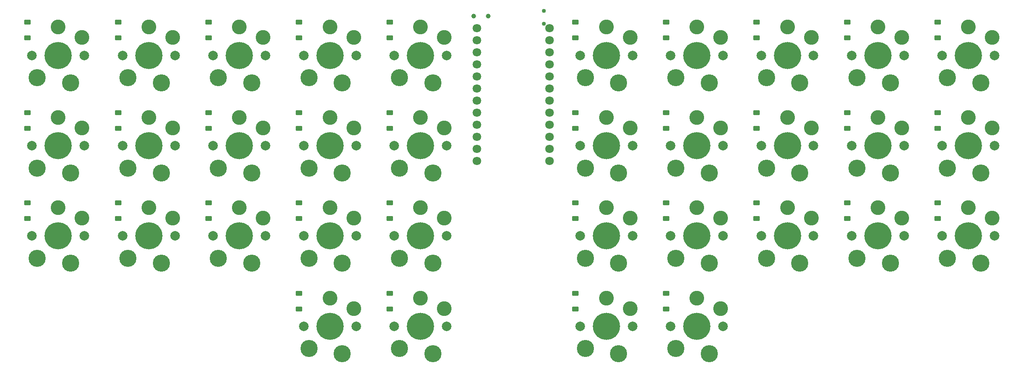
<source format=gbr>
%TF.GenerationSoftware,KiCad,Pcbnew,9.0.1*%
%TF.CreationDate,2025-05-05T17:51:07+08:00*%
%TF.ProjectId,board,626f6172-642e-46b6-9963-61645f706362,v1.0.0*%
%TF.SameCoordinates,Original*%
%TF.FileFunction,Soldermask,Top*%
%TF.FilePolarity,Negative*%
%FSLAX46Y46*%
G04 Gerber Fmt 4.6, Leading zero omitted, Abs format (unit mm)*
G04 Created by KiCad (PCBNEW 9.0.1) date 2025-05-05 17:51:07*
%MOMM*%
%LPD*%
G01*
G04 APERTURE LIST*
G04 Aperture macros list*
%AMRoundRect*
0 Rectangle with rounded corners*
0 $1 Rounding radius*
0 $2 $3 $4 $5 $6 $7 $8 $9 X,Y pos of 4 corners*
0 Add a 4 corners polygon primitive as box body*
4,1,4,$2,$3,$4,$5,$6,$7,$8,$9,$2,$3,0*
0 Add four circle primitives for the rounded corners*
1,1,$1+$1,$2,$3*
1,1,$1+$1,$4,$5*
1,1,$1+$1,$6,$7*
1,1,$1+$1,$8,$9*
0 Add four rect primitives between the rounded corners*
20,1,$1+$1,$2,$3,$4,$5,0*
20,1,$1+$1,$4,$5,$6,$7,0*
20,1,$1+$1,$6,$7,$8,$9,0*
20,1,$1+$1,$8,$9,$2,$3,0*%
G04 Aperture macros list end*
%ADD10RoundRect,0.050000X0.600000X-0.450000X0.600000X0.450000X-0.600000X0.450000X-0.600000X-0.450000X0*%
%ADD11C,1.800000*%
%ADD12C,5.700000*%
%ADD13C,3.600000*%
%ADD14C,2.000000*%
%ADD15C,3.100000*%
%ADD16C,5.100000*%
%ADD17C,0.850000*%
%ADD18C,1.000000*%
G04 APERTURE END LIST*
D10*
%TO.C,D29*%
X265540000Y-152330000D03*
X265540000Y-149030000D03*
%TD*%
%TO.C,D12*%
X150540000Y-133330000D03*
X150540000Y-130030000D03*
%TD*%
%TO.C,D23*%
X227540000Y-152330000D03*
X227540000Y-149030000D03*
%TD*%
%TO.C,D4*%
X112540000Y-152330000D03*
X112540000Y-149030000D03*
%TD*%
%TO.C,D16*%
X169540000Y-133330000D03*
X169540000Y-130030000D03*
%TD*%
%TO.C,D14*%
X169540000Y-171330000D03*
X169540000Y-168030000D03*
%TD*%
%TO.C,D1*%
X93540000Y-152330000D03*
X93540000Y-149030000D03*
%TD*%
%TO.C,D21*%
X208540000Y-114330000D03*
X208540000Y-111030000D03*
%TD*%
%TO.C,D30*%
X265540000Y-133330000D03*
X265540000Y-130030000D03*
%TD*%
%TO.C,D20*%
X208540000Y-133330000D03*
X208540000Y-130030000D03*
%TD*%
%TO.C,D11*%
X150540000Y-152330000D03*
X150540000Y-149030000D03*
%TD*%
%TO.C,D5*%
X112540000Y-133330000D03*
X112540000Y-130030000D03*
%TD*%
%TO.C,D19*%
X208540000Y-152330000D03*
X208540000Y-149030000D03*
%TD*%
D11*
%TO.C,MCU1*%
X203120000Y-112300000D03*
X203120000Y-114840000D03*
X203120000Y-117380000D03*
X203120000Y-119920000D03*
X203120000Y-122460000D03*
X203120000Y-125000000D03*
X203120000Y-127540000D03*
X203120000Y-130080000D03*
X203120000Y-132620000D03*
X203120000Y-135160000D03*
X203120000Y-137700000D03*
X203120000Y-140240000D03*
X187880000Y-140240000D03*
X187880000Y-137700000D03*
X187880000Y-135160000D03*
X187880000Y-132620000D03*
X187880000Y-130080000D03*
X187880000Y-127540000D03*
X187880000Y-125000000D03*
X187880000Y-122460000D03*
X187880000Y-119920000D03*
X187880000Y-117380000D03*
X187880000Y-114840000D03*
X187880000Y-112300000D03*
%TD*%
D10*
%TO.C,D2*%
X93540000Y-133330000D03*
X93540000Y-130030000D03*
%TD*%
%TO.C,D7*%
X131540000Y-152330000D03*
X131540000Y-149030000D03*
%TD*%
%TO.C,D31*%
X265540000Y-114330000D03*
X265540000Y-111030000D03*
%TD*%
%TO.C,D13*%
X150540000Y-114330000D03*
X150540000Y-111030000D03*
%TD*%
%TO.C,D24*%
X227540000Y-133330000D03*
X227540000Y-130030000D03*
%TD*%
%TO.C,D15*%
X169540000Y-152330000D03*
X169540000Y-149030000D03*
%TD*%
%TO.C,D28*%
X246540000Y-114330000D03*
X246540000Y-111030000D03*
%TD*%
%TO.C,D26*%
X246540000Y-152330000D03*
X246540000Y-149030000D03*
%TD*%
%TO.C,D8*%
X131540000Y-133330000D03*
X131540000Y-130030000D03*
%TD*%
%TO.C,D22*%
X227540000Y-171330000D03*
X227540000Y-168030000D03*
%TD*%
%TO.C,D3*%
X93540000Y-114330000D03*
X93540000Y-111030000D03*
%TD*%
%TO.C,D27*%
X246540000Y-133330000D03*
X246540000Y-130030000D03*
%TD*%
%TO.C,D10*%
X150540000Y-171330000D03*
X150540000Y-168030000D03*
%TD*%
%TO.C,D17*%
X169540000Y-114330000D03*
X169540000Y-111030000D03*
%TD*%
%TO.C,D25*%
X227540000Y-114330000D03*
X227540000Y-111030000D03*
%TD*%
%TO.C,D34*%
X284540000Y-114330000D03*
X284540000Y-111030000D03*
%TD*%
%TO.C,D9*%
X131540000Y-114330000D03*
X131540000Y-111030000D03*
%TD*%
%TO.C,D6*%
X112540000Y-114330000D03*
X112540000Y-111030000D03*
%TD*%
%TO.C,D18*%
X208540000Y-171330000D03*
X208540000Y-168030000D03*
%TD*%
%TO.C,D33*%
X284540000Y-133330000D03*
X284540000Y-130030000D03*
%TD*%
%TO.C,D32*%
X284540000Y-152330000D03*
X284540000Y-149030000D03*
%TD*%
D12*
%TO.C,S31*%
X272000000Y-118000000D03*
D13*
X267600000Y-122700000D03*
X274600000Y-123750000D03*
%TD*%
D12*
%TO.C,S7*%
X138000000Y-156000000D03*
D13*
X133600000Y-160700000D03*
X140600000Y-161750000D03*
%TD*%
D14*
%TO.C,S65*%
X266500000Y-118000000D03*
D15*
X272000000Y-112050000D03*
D16*
X272000000Y-118000000D03*
D15*
X277000000Y-114250000D03*
D14*
X277500000Y-118000000D03*
%TD*%
%TO.C,S49*%
X170500000Y-156000000D03*
D15*
X176000000Y-150050000D03*
D16*
X176000000Y-156000000D03*
D15*
X181000000Y-152250000D03*
D14*
X181500000Y-156000000D03*
%TD*%
%TO.C,S42*%
X132500000Y-137000000D03*
D15*
X138000000Y-131050000D03*
D16*
X138000000Y-137000000D03*
D15*
X143000000Y-133250000D03*
D14*
X143500000Y-137000000D03*
%TD*%
D12*
%TO.C,S4*%
X119000000Y-156000000D03*
D13*
X114600000Y-160700000D03*
X121600000Y-161750000D03*
%TD*%
D14*
%TO.C,S64*%
X266500000Y-137000000D03*
D15*
X272000000Y-131050000D03*
D16*
X272000000Y-137000000D03*
D15*
X277000000Y-133250000D03*
D14*
X277500000Y-137000000D03*
%TD*%
%TO.C,S63*%
X266500000Y-156000000D03*
D15*
X272000000Y-150050000D03*
D16*
X272000000Y-156000000D03*
D15*
X277000000Y-152250000D03*
D14*
X277500000Y-156000000D03*
%TD*%
D12*
%TO.C,S29*%
X272000000Y-156000000D03*
D13*
X267600000Y-160700000D03*
X274600000Y-161750000D03*
%TD*%
D12*
%TO.C,S26*%
X253000000Y-156000000D03*
D13*
X248600000Y-160700000D03*
X255600000Y-161750000D03*
%TD*%
D14*
%TO.C,S59*%
X228500000Y-118000000D03*
D15*
X234000000Y-112050000D03*
D16*
X234000000Y-118000000D03*
D15*
X239000000Y-114250000D03*
D14*
X239500000Y-118000000D03*
%TD*%
D12*
%TO.C,S16*%
X176000000Y-137000000D03*
D13*
X171600000Y-141700000D03*
X178600000Y-142750000D03*
%TD*%
D12*
%TO.C,S6*%
X119000000Y-118000000D03*
D13*
X114600000Y-122700000D03*
X121600000Y-123750000D03*
%TD*%
D12*
%TO.C,S5*%
X119000000Y-137000000D03*
D13*
X114600000Y-141700000D03*
X121600000Y-142750000D03*
%TD*%
D12*
%TO.C,S1*%
X100000000Y-156000000D03*
D13*
X95600000Y-160700000D03*
X102600000Y-161750000D03*
%TD*%
D14*
%TO.C,S39*%
X113500000Y-137000000D03*
D15*
X119000000Y-131050000D03*
D16*
X119000000Y-137000000D03*
D15*
X124000000Y-133250000D03*
D14*
X124500000Y-137000000D03*
%TD*%
%TO.C,S41*%
X132500000Y-156000000D03*
D15*
X138000000Y-150050000D03*
D16*
X138000000Y-156000000D03*
D15*
X143000000Y-152250000D03*
D14*
X143500000Y-156000000D03*
%TD*%
D12*
%TO.C,S2*%
X100000000Y-137000000D03*
D13*
X95600000Y-141700000D03*
X102600000Y-142750000D03*
%TD*%
D14*
%TO.C,S47*%
X151500000Y-118000000D03*
D15*
X157000000Y-112050000D03*
D16*
X157000000Y-118000000D03*
D15*
X162000000Y-114250000D03*
D14*
X162500000Y-118000000D03*
%TD*%
%TO.C,S55*%
X209500000Y-118000000D03*
D15*
X215000000Y-112050000D03*
D16*
X215000000Y-118000000D03*
D15*
X220000000Y-114250000D03*
D14*
X220500000Y-118000000D03*
%TD*%
D12*
%TO.C,S24*%
X234000000Y-137000000D03*
D13*
X229600000Y-141700000D03*
X236600000Y-142750000D03*
%TD*%
D14*
%TO.C,S52*%
X209500000Y-175000000D03*
D15*
X215000000Y-169050000D03*
D16*
X215000000Y-175000000D03*
D15*
X220000000Y-171250000D03*
D14*
X220500000Y-175000000D03*
%TD*%
D12*
%TO.C,S12*%
X157000000Y-137000000D03*
D13*
X152600000Y-141700000D03*
X159600000Y-142750000D03*
%TD*%
D14*
%TO.C,S35*%
X94500000Y-156000000D03*
D15*
X100000000Y-150050000D03*
D16*
X100000000Y-156000000D03*
D15*
X105000000Y-152250000D03*
D14*
X105500000Y-156000000D03*
%TD*%
D12*
%TO.C,S14*%
X176000000Y-175000000D03*
D13*
X171600000Y-179700000D03*
X178600000Y-180750000D03*
%TD*%
D12*
%TO.C,S33*%
X291000000Y-137000000D03*
D13*
X286600000Y-141700000D03*
X293600000Y-142750000D03*
%TD*%
D14*
%TO.C,S45*%
X151500000Y-156000000D03*
D15*
X157000000Y-150050000D03*
D16*
X157000000Y-156000000D03*
D15*
X162000000Y-152250000D03*
D14*
X162500000Y-156000000D03*
%TD*%
%TO.C,S57*%
X228500000Y-156000000D03*
D15*
X234000000Y-150050000D03*
D16*
X234000000Y-156000000D03*
D15*
X239000000Y-152250000D03*
D14*
X239500000Y-156000000D03*
%TD*%
%TO.C,S54*%
X209500000Y-137000000D03*
D15*
X215000000Y-131050000D03*
D16*
X215000000Y-137000000D03*
D15*
X220000000Y-133250000D03*
D14*
X220500000Y-137000000D03*
%TD*%
%TO.C,S62*%
X247500000Y-118000000D03*
D15*
X253000000Y-112050000D03*
D16*
X253000000Y-118000000D03*
D15*
X258000000Y-114250000D03*
D14*
X258500000Y-118000000D03*
%TD*%
%TO.C,S37*%
X94500000Y-118000000D03*
D15*
X100000000Y-112050000D03*
D16*
X100000000Y-118000000D03*
D15*
X105000000Y-114250000D03*
D14*
X105500000Y-118000000D03*
%TD*%
D17*
%TO.C,RST1*%
X201880000Y-108625000D03*
X201880000Y-111375000D03*
%TD*%
D12*
%TO.C,S15*%
X176000000Y-156000000D03*
D13*
X171600000Y-160700000D03*
X178600000Y-161750000D03*
%TD*%
D12*
%TO.C,S30*%
X272000000Y-137000000D03*
D13*
X267600000Y-141700000D03*
X274600000Y-142750000D03*
%TD*%
D14*
%TO.C,S68*%
X285500000Y-118000000D03*
D15*
X291000000Y-112050000D03*
D16*
X291000000Y-118000000D03*
D15*
X296000000Y-114250000D03*
D14*
X296500000Y-118000000D03*
%TD*%
%TO.C,S58*%
X228500000Y-137000000D03*
D15*
X234000000Y-131050000D03*
D16*
X234000000Y-137000000D03*
D15*
X239000000Y-133250000D03*
D14*
X239500000Y-137000000D03*
%TD*%
D12*
%TO.C,S8*%
X138000000Y-137000000D03*
D13*
X133600000Y-141700000D03*
X140600000Y-142750000D03*
%TD*%
D12*
%TO.C,S9*%
X138000000Y-118000000D03*
D13*
X133600000Y-122700000D03*
X140600000Y-123750000D03*
%TD*%
D14*
%TO.C,S67*%
X285500000Y-137000000D03*
D15*
X291000000Y-131050000D03*
D16*
X291000000Y-137000000D03*
D15*
X296000000Y-133250000D03*
D14*
X296500000Y-137000000D03*
%TD*%
D12*
%TO.C,S22*%
X234000000Y-175000000D03*
D13*
X229600000Y-179700000D03*
X236600000Y-180750000D03*
%TD*%
D14*
%TO.C,S44*%
X151500000Y-175000000D03*
D15*
X157000000Y-169050000D03*
D16*
X157000000Y-175000000D03*
D15*
X162000000Y-171250000D03*
D14*
X162500000Y-175000000D03*
%TD*%
%TO.C,S38*%
X113500000Y-156000000D03*
D15*
X119000000Y-150050000D03*
D16*
X119000000Y-156000000D03*
D15*
X124000000Y-152250000D03*
D14*
X124500000Y-156000000D03*
%TD*%
D12*
%TO.C,S13*%
X157000000Y-118000000D03*
D13*
X152600000Y-122700000D03*
X159600000Y-123750000D03*
%TD*%
D12*
%TO.C,S23*%
X234000000Y-156000000D03*
D13*
X229600000Y-160700000D03*
X236600000Y-161750000D03*
%TD*%
D14*
%TO.C,S43*%
X132500000Y-118000000D03*
D15*
X138000000Y-112050000D03*
D16*
X138000000Y-118000000D03*
D15*
X143000000Y-114250000D03*
D14*
X143500000Y-118000000D03*
%TD*%
D12*
%TO.C,S3*%
X100000000Y-118000000D03*
D13*
X95600000Y-122700000D03*
X102600000Y-123750000D03*
%TD*%
D14*
%TO.C,S48*%
X170500000Y-175000000D03*
D15*
X176000000Y-169050000D03*
D16*
X176000000Y-175000000D03*
D15*
X181000000Y-171250000D03*
D14*
X181500000Y-175000000D03*
%TD*%
D12*
%TO.C,S34*%
X291000000Y-118000000D03*
D13*
X286600000Y-122700000D03*
X293600000Y-123750000D03*
%TD*%
D12*
%TO.C,S25*%
X234000000Y-118000000D03*
D13*
X229600000Y-122700000D03*
X236600000Y-123750000D03*
%TD*%
D14*
%TO.C,S46*%
X151500000Y-137000000D03*
D15*
X157000000Y-131050000D03*
D16*
X157000000Y-137000000D03*
D15*
X162000000Y-133250000D03*
D14*
X162500000Y-137000000D03*
%TD*%
D12*
%TO.C,S10*%
X157000000Y-175000000D03*
D13*
X152600000Y-179700000D03*
X159600000Y-180750000D03*
%TD*%
D12*
%TO.C,S28*%
X253000000Y-118000000D03*
D13*
X248600000Y-122700000D03*
X255600000Y-123750000D03*
%TD*%
D14*
%TO.C,S50*%
X170500000Y-137000000D03*
D15*
X176000000Y-131050000D03*
D16*
X176000000Y-137000000D03*
D15*
X181000000Y-133250000D03*
D14*
X181500000Y-137000000D03*
%TD*%
D12*
%TO.C,S20*%
X215000000Y-137000000D03*
D13*
X210600000Y-141700000D03*
X217600000Y-142750000D03*
%TD*%
D14*
%TO.C,S36*%
X94500000Y-137000000D03*
D15*
X100000000Y-131050000D03*
D16*
X100000000Y-137000000D03*
D15*
X105000000Y-133250000D03*
D14*
X105500000Y-137000000D03*
%TD*%
%TO.C,S40*%
X113500000Y-118000000D03*
D15*
X119000000Y-112050000D03*
D16*
X119000000Y-118000000D03*
D15*
X124000000Y-114250000D03*
D14*
X124500000Y-118000000D03*
%TD*%
D12*
%TO.C,S17*%
X176000000Y-118000000D03*
D13*
X171600000Y-122700000D03*
X178600000Y-123750000D03*
%TD*%
D18*
%TO.C,PWR1*%
X187180000Y-109725000D03*
X190180000Y-109725000D03*
%TD*%
D12*
%TO.C,S27*%
X253000000Y-137000000D03*
D13*
X248600000Y-141700000D03*
X255600000Y-142750000D03*
%TD*%
D14*
%TO.C,S51*%
X170500000Y-118000000D03*
D15*
X176000000Y-112050000D03*
D16*
X176000000Y-118000000D03*
D15*
X181000000Y-114250000D03*
D14*
X181500000Y-118000000D03*
%TD*%
%TO.C,S53*%
X209500000Y-156000000D03*
D15*
X215000000Y-150050000D03*
D16*
X215000000Y-156000000D03*
D15*
X220000000Y-152250000D03*
D14*
X220500000Y-156000000D03*
%TD*%
D12*
%TO.C,S21*%
X215000000Y-118000000D03*
D13*
X210600000Y-122700000D03*
X217600000Y-123750000D03*
%TD*%
D12*
%TO.C,S11*%
X157000000Y-156000000D03*
D13*
X152600000Y-160700000D03*
X159600000Y-161750000D03*
%TD*%
D14*
%TO.C,S56*%
X228500000Y-175000000D03*
D15*
X234000000Y-169050000D03*
D16*
X234000000Y-175000000D03*
D15*
X239000000Y-171250000D03*
D14*
X239500000Y-175000000D03*
%TD*%
D12*
%TO.C,S18*%
X215000000Y-175000000D03*
D13*
X210600000Y-179700000D03*
X217600000Y-180750000D03*
%TD*%
D14*
%TO.C,S60*%
X247500000Y-156000000D03*
D15*
X253000000Y-150050000D03*
D16*
X253000000Y-156000000D03*
D15*
X258000000Y-152250000D03*
D14*
X258500000Y-156000000D03*
%TD*%
%TO.C,S61*%
X247500000Y-137000000D03*
D15*
X253000000Y-131050000D03*
D16*
X253000000Y-137000000D03*
D15*
X258000000Y-133250000D03*
D14*
X258500000Y-137000000D03*
%TD*%
%TO.C,S66*%
X285500000Y-156000000D03*
D15*
X291000000Y-150050000D03*
D16*
X291000000Y-156000000D03*
D15*
X296000000Y-152250000D03*
D14*
X296500000Y-156000000D03*
%TD*%
D12*
%TO.C,S32*%
X291000000Y-156000000D03*
D13*
X286600000Y-160700000D03*
X293600000Y-161750000D03*
%TD*%
D12*
%TO.C,S19*%
X215000000Y-156000000D03*
D13*
X210600000Y-160700000D03*
X217600000Y-161750000D03*
%TD*%
M02*

</source>
